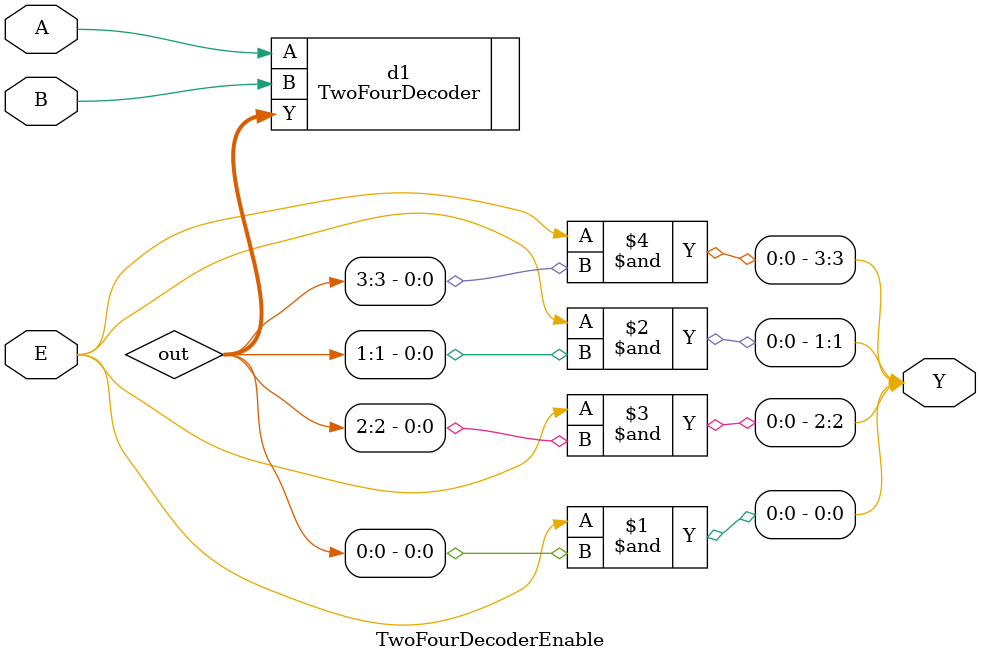
<source format=v>
`timescale 1ns / 1ps


module TwoFourDecoderEnable(
    //Now have an extra input for enable (self explanatory what it does)
    input A,
    input B,
    input E,
    //Again using a bus to save time and lines of code
    output [3:0]Y
    );
    //Need an internal wire to take the output for the two four decoder and then AND it with enable input
    wire [3:0]out;
    //In the parenthesis is from the current file
    //Next to the period is from the referenced file
    TwoFourDecoder d1(.A(A),.B(B),.Y(out));
    //ANDing Enable signal with output from d1 (a decoder without an enable signal) to get final output
    assign Y[0] = E & out[0];
    assign Y[1] = E & out[1];
    assign Y[2] = E & out[2];
    assign Y[3] = E & out[3];
endmodule

</source>
